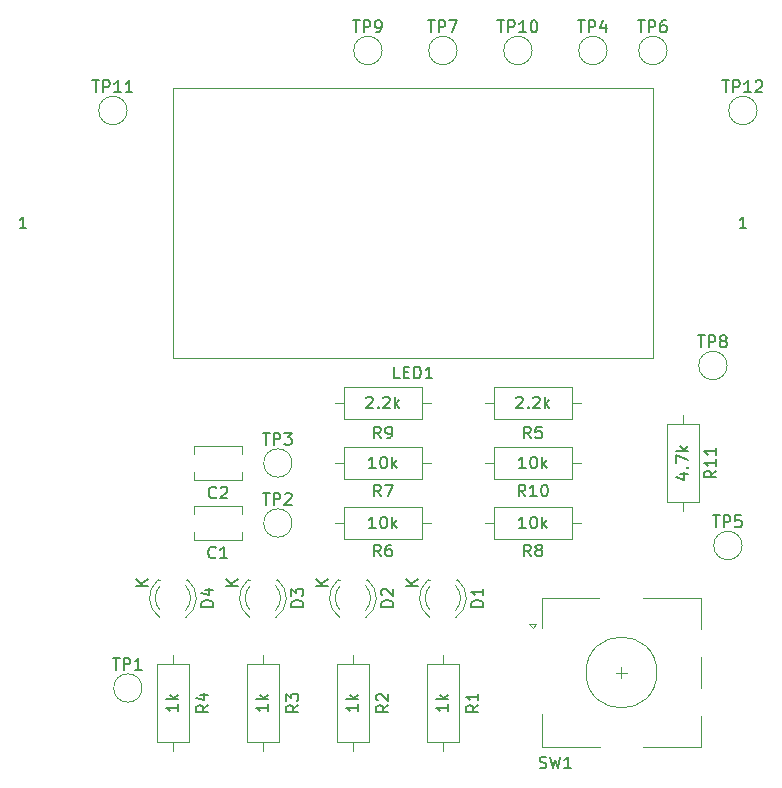
<source format=gto>
G04 #@! TF.GenerationSoftware,KiCad,Pcbnew,5.1.5-52549c5~84~ubuntu16.04.1*
G04 #@! TF.CreationDate,2020-01-04T11:31:47+09:00*
G04 #@! TF.ProjectId,Akashi-01,416b6173-6869-42d3-9031-2e6b69636164,rev?*
G04 #@! TF.SameCoordinates,Original*
G04 #@! TF.FileFunction,Legend,Top*
G04 #@! TF.FilePolarity,Positive*
%FSLAX46Y46*%
G04 Gerber Fmt 4.6, Leading zero omitted, Abs format (unit mm)*
G04 Created by KiCad (PCBNEW 5.1.5-52549c5~84~ubuntu16.04.1) date 2020-01-04 11:31:47*
%MOMM*%
%LPD*%
G04 APERTURE LIST*
%ADD10C,0.150000*%
%ADD11C,0.120000*%
G04 APERTURE END LIST*
D10*
X150312380Y-91701904D02*
X149312380Y-91701904D01*
X150312380Y-91130476D02*
X149740952Y-91559047D01*
X149312380Y-91130476D02*
X149883809Y-91701904D01*
X142692380Y-91701904D02*
X141692380Y-91701904D01*
X142692380Y-91130476D02*
X142120952Y-91559047D01*
X141692380Y-91130476D02*
X142263809Y-91701904D01*
X135072380Y-91701904D02*
X134072380Y-91701904D01*
X135072380Y-91130476D02*
X134500952Y-91559047D01*
X134072380Y-91130476D02*
X134643809Y-91701904D01*
X127452380Y-91701904D02*
X126452380Y-91701904D01*
X127452380Y-91130476D02*
X126880952Y-91559047D01*
X126452380Y-91130476D02*
X127023809Y-91701904D01*
X178085714Y-61412380D02*
X177514285Y-61412380D01*
X177800000Y-61412380D02*
X177800000Y-60412380D01*
X177704761Y-60555238D01*
X177609523Y-60650476D01*
X177514285Y-60698095D01*
X117125714Y-61412380D02*
X116554285Y-61412380D01*
X116840000Y-61412380D02*
X116840000Y-60412380D01*
X116744761Y-60555238D01*
X116649523Y-60650476D01*
X116554285Y-60698095D01*
D11*
X129540000Y-49530000D02*
X129540000Y-72390000D01*
X129540000Y-72390000D02*
X170180000Y-72390000D01*
X170180000Y-72390000D02*
X170180000Y-49530000D01*
X170180000Y-49530000D02*
X129540000Y-49530000D01*
X153636000Y-91150000D02*
X153480000Y-91150000D01*
X151320000Y-91150000D02*
X151164000Y-91150000D01*
X153478608Y-94382335D02*
G75*
G03X153635516Y-91150000I-1078608J1672335D01*
G01*
X151321392Y-94382335D02*
G75*
G02X151164484Y-91150000I1078608J1672335D01*
G01*
X153479837Y-93751130D02*
G75*
G03X153480000Y-91669039I-1079837J1041130D01*
G01*
X151320163Y-93751130D02*
G75*
G02X151320000Y-91669039I1079837J1041130D01*
G01*
X143700163Y-93751130D02*
G75*
G02X143700000Y-91669039I1079837J1041130D01*
G01*
X145859837Y-93751130D02*
G75*
G03X145860000Y-91669039I-1079837J1041130D01*
G01*
X143701392Y-94382335D02*
G75*
G02X143544484Y-91150000I1078608J1672335D01*
G01*
X145858608Y-94382335D02*
G75*
G03X146015516Y-91150000I-1078608J1672335D01*
G01*
X143700000Y-91150000D02*
X143544000Y-91150000D01*
X146016000Y-91150000D02*
X145860000Y-91150000D01*
X138396000Y-91150000D02*
X138240000Y-91150000D01*
X136080000Y-91150000D02*
X135924000Y-91150000D01*
X138238608Y-94382335D02*
G75*
G03X138395516Y-91150000I-1078608J1672335D01*
G01*
X136081392Y-94382335D02*
G75*
G02X135924484Y-91150000I1078608J1672335D01*
G01*
X138239837Y-93751130D02*
G75*
G03X138240000Y-91669039I-1079837J1041130D01*
G01*
X136080163Y-93751130D02*
G75*
G02X136080000Y-91669039I1079837J1041130D01*
G01*
X128460163Y-93751130D02*
G75*
G02X128460000Y-91669039I1079837J1041130D01*
G01*
X130619837Y-93751130D02*
G75*
G03X130620000Y-91669039I-1079837J1041130D01*
G01*
X128461392Y-94382335D02*
G75*
G02X128304484Y-91150000I1078608J1672335D01*
G01*
X130618608Y-94382335D02*
G75*
G03X130775516Y-91150000I-1078608J1672335D01*
G01*
X128460000Y-91150000D02*
X128304000Y-91150000D01*
X130776000Y-91150000D02*
X130620000Y-91150000D01*
X151030000Y-104870000D02*
X153770000Y-104870000D01*
X153770000Y-104870000D02*
X153770000Y-98330000D01*
X153770000Y-98330000D02*
X151030000Y-98330000D01*
X151030000Y-98330000D02*
X151030000Y-104870000D01*
X152400000Y-105640000D02*
X152400000Y-104870000D01*
X152400000Y-97560000D02*
X152400000Y-98330000D01*
X144780000Y-97560000D02*
X144780000Y-98330000D01*
X144780000Y-105640000D02*
X144780000Y-104870000D01*
X143410000Y-98330000D02*
X143410000Y-104870000D01*
X146150000Y-98330000D02*
X143410000Y-98330000D01*
X146150000Y-104870000D02*
X146150000Y-98330000D01*
X143410000Y-104870000D02*
X146150000Y-104870000D01*
X135790000Y-104870000D02*
X138530000Y-104870000D01*
X138530000Y-104870000D02*
X138530000Y-98330000D01*
X138530000Y-98330000D02*
X135790000Y-98330000D01*
X135790000Y-98330000D02*
X135790000Y-104870000D01*
X137160000Y-105640000D02*
X137160000Y-104870000D01*
X137160000Y-97560000D02*
X137160000Y-98330000D01*
X129540000Y-97560000D02*
X129540000Y-98330000D01*
X129540000Y-105640000D02*
X129540000Y-104870000D01*
X128170000Y-98330000D02*
X128170000Y-104870000D01*
X130910000Y-98330000D02*
X128170000Y-98330000D01*
X130910000Y-104870000D02*
X130910000Y-98330000D01*
X128170000Y-104870000D02*
X130910000Y-104870000D01*
X164060000Y-76200000D02*
X163290000Y-76200000D01*
X155980000Y-76200000D02*
X156750000Y-76200000D01*
X163290000Y-74830000D02*
X156750000Y-74830000D01*
X163290000Y-77570000D02*
X163290000Y-74830000D01*
X156750000Y-77570000D02*
X163290000Y-77570000D01*
X156750000Y-74830000D02*
X156750000Y-77570000D01*
X143280000Y-86360000D02*
X144050000Y-86360000D01*
X151360000Y-86360000D02*
X150590000Y-86360000D01*
X144050000Y-87730000D02*
X150590000Y-87730000D01*
X144050000Y-84990000D02*
X144050000Y-87730000D01*
X150590000Y-84990000D02*
X144050000Y-84990000D01*
X150590000Y-87730000D02*
X150590000Y-84990000D01*
X150590000Y-82650000D02*
X150590000Y-79910000D01*
X150590000Y-79910000D02*
X144050000Y-79910000D01*
X144050000Y-79910000D02*
X144050000Y-82650000D01*
X144050000Y-82650000D02*
X150590000Y-82650000D01*
X151360000Y-81280000D02*
X150590000Y-81280000D01*
X143280000Y-81280000D02*
X144050000Y-81280000D01*
X163290000Y-87730000D02*
X163290000Y-84990000D01*
X163290000Y-84990000D02*
X156750000Y-84990000D01*
X156750000Y-84990000D02*
X156750000Y-87730000D01*
X156750000Y-87730000D02*
X163290000Y-87730000D01*
X164060000Y-86360000D02*
X163290000Y-86360000D01*
X155980000Y-86360000D02*
X156750000Y-86360000D01*
X144050000Y-74830000D02*
X144050000Y-77570000D01*
X144050000Y-77570000D02*
X150590000Y-77570000D01*
X150590000Y-77570000D02*
X150590000Y-74830000D01*
X150590000Y-74830000D02*
X144050000Y-74830000D01*
X143280000Y-76200000D02*
X144050000Y-76200000D01*
X151360000Y-76200000D02*
X150590000Y-76200000D01*
X155980000Y-81280000D02*
X156750000Y-81280000D01*
X164060000Y-81280000D02*
X163290000Y-81280000D01*
X156750000Y-82650000D02*
X163290000Y-82650000D01*
X156750000Y-79910000D02*
X156750000Y-82650000D01*
X163290000Y-79910000D02*
X156750000Y-79910000D01*
X163290000Y-82650000D02*
X163290000Y-79910000D01*
X174090000Y-78010000D02*
X171350000Y-78010000D01*
X171350000Y-78010000D02*
X171350000Y-84550000D01*
X171350000Y-84550000D02*
X174090000Y-84550000D01*
X174090000Y-84550000D02*
X174090000Y-78010000D01*
X172720000Y-77240000D02*
X172720000Y-78010000D01*
X172720000Y-85320000D02*
X172720000Y-84550000D01*
X167020000Y-99020000D02*
X168020000Y-99020000D01*
X167520000Y-98520000D02*
X167520000Y-99520000D01*
X174220000Y-102720000D02*
X174220000Y-105320000D01*
X174220000Y-97720000D02*
X174220000Y-100320000D01*
X174220000Y-92720000D02*
X174220000Y-95320000D01*
X160320000Y-94920000D02*
X160020000Y-95220000D01*
X159720000Y-94920000D02*
X160320000Y-94920000D01*
X160020000Y-95220000D02*
X159720000Y-94920000D01*
X160820000Y-92720000D02*
X160820000Y-95220000D01*
X165620000Y-92720000D02*
X160820000Y-92720000D01*
X160820000Y-105320000D02*
X160820000Y-102520000D01*
X165720000Y-105320000D02*
X160820000Y-105320000D01*
X174220000Y-105320000D02*
X169320000Y-105320000D01*
X169320000Y-92720000D02*
X174220000Y-92720000D01*
X170520000Y-99020000D02*
G75*
G03X170520000Y-99020000I-3000000J0D01*
G01*
X131310000Y-85565000D02*
X131310000Y-84940000D01*
X131310000Y-87780000D02*
X131310000Y-87155000D01*
X135350000Y-85565000D02*
X135350000Y-84940000D01*
X135350000Y-87780000D02*
X135350000Y-87155000D01*
X135350000Y-84940000D02*
X131310000Y-84940000D01*
X135350000Y-87780000D02*
X131310000Y-87780000D01*
X135390000Y-82700000D02*
X131350000Y-82700000D01*
X135390000Y-79860000D02*
X131350000Y-79860000D01*
X135390000Y-82700000D02*
X135390000Y-82075000D01*
X135390000Y-80485000D02*
X135390000Y-79860000D01*
X131350000Y-82700000D02*
X131350000Y-82075000D01*
X131350000Y-80485000D02*
X131350000Y-79860000D01*
X126930000Y-100330000D02*
G75*
G03X126930000Y-100330000I-1200000J0D01*
G01*
X139630000Y-86360000D02*
G75*
G03X139630000Y-86360000I-1200000J0D01*
G01*
X139630000Y-81280000D02*
G75*
G03X139630000Y-81280000I-1200000J0D01*
G01*
X166300000Y-46355000D02*
G75*
G03X166300000Y-46355000I-1200000J0D01*
G01*
X177730000Y-88265000D02*
G75*
G03X177730000Y-88265000I-1200000J0D01*
G01*
X171380000Y-46355000D02*
G75*
G03X171380000Y-46355000I-1200000J0D01*
G01*
X153600000Y-46355000D02*
G75*
G03X153600000Y-46355000I-1200000J0D01*
G01*
X176460000Y-73025000D02*
G75*
G03X176460000Y-73025000I-1200000J0D01*
G01*
X147250000Y-46355000D02*
G75*
G03X147250000Y-46355000I-1200000J0D01*
G01*
X159950000Y-46355000D02*
G75*
G03X159950000Y-46355000I-1200000J0D01*
G01*
X125660000Y-51435000D02*
G75*
G03X125660000Y-51435000I-1200000J0D01*
G01*
X179000000Y-51435000D02*
G75*
G03X179000000Y-51435000I-1200000J0D01*
G01*
D10*
X148740952Y-74112380D02*
X148264761Y-74112380D01*
X148264761Y-73112380D01*
X149074285Y-73588571D02*
X149407619Y-73588571D01*
X149550476Y-74112380D02*
X149074285Y-74112380D01*
X149074285Y-73112380D01*
X149550476Y-73112380D01*
X149979047Y-74112380D02*
X149979047Y-73112380D01*
X150217142Y-73112380D01*
X150360000Y-73160000D01*
X150455238Y-73255238D01*
X150502857Y-73350476D01*
X150550476Y-73540952D01*
X150550476Y-73683809D01*
X150502857Y-73874285D01*
X150455238Y-73969523D01*
X150360000Y-74064761D01*
X150217142Y-74112380D01*
X149979047Y-74112380D01*
X151502857Y-74112380D02*
X150931428Y-74112380D01*
X151217142Y-74112380D02*
X151217142Y-73112380D01*
X151121904Y-73255238D01*
X151026666Y-73350476D01*
X150931428Y-73398095D01*
X155812380Y-93448095D02*
X154812380Y-93448095D01*
X154812380Y-93210000D01*
X154860000Y-93067142D01*
X154955238Y-92971904D01*
X155050476Y-92924285D01*
X155240952Y-92876666D01*
X155383809Y-92876666D01*
X155574285Y-92924285D01*
X155669523Y-92971904D01*
X155764761Y-93067142D01*
X155812380Y-93210000D01*
X155812380Y-93448095D01*
X155812380Y-91924285D02*
X155812380Y-92495714D01*
X155812380Y-92210000D02*
X154812380Y-92210000D01*
X154955238Y-92305238D01*
X155050476Y-92400476D01*
X155098095Y-92495714D01*
X148192380Y-93448095D02*
X147192380Y-93448095D01*
X147192380Y-93210000D01*
X147240000Y-93067142D01*
X147335238Y-92971904D01*
X147430476Y-92924285D01*
X147620952Y-92876666D01*
X147763809Y-92876666D01*
X147954285Y-92924285D01*
X148049523Y-92971904D01*
X148144761Y-93067142D01*
X148192380Y-93210000D01*
X148192380Y-93448095D01*
X147287619Y-92495714D02*
X147240000Y-92448095D01*
X147192380Y-92352857D01*
X147192380Y-92114761D01*
X147240000Y-92019523D01*
X147287619Y-91971904D01*
X147382857Y-91924285D01*
X147478095Y-91924285D01*
X147620952Y-91971904D01*
X148192380Y-92543333D01*
X148192380Y-91924285D01*
X140572380Y-93448095D02*
X139572380Y-93448095D01*
X139572380Y-93210000D01*
X139620000Y-93067142D01*
X139715238Y-92971904D01*
X139810476Y-92924285D01*
X140000952Y-92876666D01*
X140143809Y-92876666D01*
X140334285Y-92924285D01*
X140429523Y-92971904D01*
X140524761Y-93067142D01*
X140572380Y-93210000D01*
X140572380Y-93448095D01*
X139572380Y-92543333D02*
X139572380Y-91924285D01*
X139953333Y-92257619D01*
X139953333Y-92114761D01*
X140000952Y-92019523D01*
X140048571Y-91971904D01*
X140143809Y-91924285D01*
X140381904Y-91924285D01*
X140477142Y-91971904D01*
X140524761Y-92019523D01*
X140572380Y-92114761D01*
X140572380Y-92400476D01*
X140524761Y-92495714D01*
X140477142Y-92543333D01*
X132952380Y-93448095D02*
X131952380Y-93448095D01*
X131952380Y-93210000D01*
X132000000Y-93067142D01*
X132095238Y-92971904D01*
X132190476Y-92924285D01*
X132380952Y-92876666D01*
X132523809Y-92876666D01*
X132714285Y-92924285D01*
X132809523Y-92971904D01*
X132904761Y-93067142D01*
X132952380Y-93210000D01*
X132952380Y-93448095D01*
X132285714Y-92019523D02*
X132952380Y-92019523D01*
X131904761Y-92257619D02*
X132619047Y-92495714D01*
X132619047Y-91876666D01*
X155392380Y-101766666D02*
X154916190Y-102100000D01*
X155392380Y-102338095D02*
X154392380Y-102338095D01*
X154392380Y-101957142D01*
X154440000Y-101861904D01*
X154487619Y-101814285D01*
X154582857Y-101766666D01*
X154725714Y-101766666D01*
X154820952Y-101814285D01*
X154868571Y-101861904D01*
X154916190Y-101957142D01*
X154916190Y-102338095D01*
X155392380Y-100814285D02*
X155392380Y-101385714D01*
X155392380Y-101100000D02*
X154392380Y-101100000D01*
X154535238Y-101195238D01*
X154630476Y-101290476D01*
X154678095Y-101385714D01*
X152852380Y-101719047D02*
X152852380Y-102290476D01*
X152852380Y-102004761D02*
X151852380Y-102004761D01*
X151995238Y-102100000D01*
X152090476Y-102195238D01*
X152138095Y-102290476D01*
X152852380Y-101290476D02*
X151852380Y-101290476D01*
X152471428Y-101195238D02*
X152852380Y-100909523D01*
X152185714Y-100909523D02*
X152566666Y-101290476D01*
X147772380Y-101766666D02*
X147296190Y-102100000D01*
X147772380Y-102338095D02*
X146772380Y-102338095D01*
X146772380Y-101957142D01*
X146820000Y-101861904D01*
X146867619Y-101814285D01*
X146962857Y-101766666D01*
X147105714Y-101766666D01*
X147200952Y-101814285D01*
X147248571Y-101861904D01*
X147296190Y-101957142D01*
X147296190Y-102338095D01*
X146867619Y-101385714D02*
X146820000Y-101338095D01*
X146772380Y-101242857D01*
X146772380Y-101004761D01*
X146820000Y-100909523D01*
X146867619Y-100861904D01*
X146962857Y-100814285D01*
X147058095Y-100814285D01*
X147200952Y-100861904D01*
X147772380Y-101433333D01*
X147772380Y-100814285D01*
X145232380Y-101719047D02*
X145232380Y-102290476D01*
X145232380Y-102004761D02*
X144232380Y-102004761D01*
X144375238Y-102100000D01*
X144470476Y-102195238D01*
X144518095Y-102290476D01*
X145232380Y-101290476D02*
X144232380Y-101290476D01*
X144851428Y-101195238D02*
X145232380Y-100909523D01*
X144565714Y-100909523D02*
X144946666Y-101290476D01*
X140152380Y-101766666D02*
X139676190Y-102100000D01*
X140152380Y-102338095D02*
X139152380Y-102338095D01*
X139152380Y-101957142D01*
X139200000Y-101861904D01*
X139247619Y-101814285D01*
X139342857Y-101766666D01*
X139485714Y-101766666D01*
X139580952Y-101814285D01*
X139628571Y-101861904D01*
X139676190Y-101957142D01*
X139676190Y-102338095D01*
X139152380Y-101433333D02*
X139152380Y-100814285D01*
X139533333Y-101147619D01*
X139533333Y-101004761D01*
X139580952Y-100909523D01*
X139628571Y-100861904D01*
X139723809Y-100814285D01*
X139961904Y-100814285D01*
X140057142Y-100861904D01*
X140104761Y-100909523D01*
X140152380Y-101004761D01*
X140152380Y-101290476D01*
X140104761Y-101385714D01*
X140057142Y-101433333D01*
X137612380Y-101719047D02*
X137612380Y-102290476D01*
X137612380Y-102004761D02*
X136612380Y-102004761D01*
X136755238Y-102100000D01*
X136850476Y-102195238D01*
X136898095Y-102290476D01*
X137612380Y-101290476D02*
X136612380Y-101290476D01*
X137231428Y-101195238D02*
X137612380Y-100909523D01*
X136945714Y-100909523D02*
X137326666Y-101290476D01*
X132532380Y-101766666D02*
X132056190Y-102100000D01*
X132532380Y-102338095D02*
X131532380Y-102338095D01*
X131532380Y-101957142D01*
X131580000Y-101861904D01*
X131627619Y-101814285D01*
X131722857Y-101766666D01*
X131865714Y-101766666D01*
X131960952Y-101814285D01*
X132008571Y-101861904D01*
X132056190Y-101957142D01*
X132056190Y-102338095D01*
X131865714Y-100909523D02*
X132532380Y-100909523D01*
X131484761Y-101147619D02*
X132199047Y-101385714D01*
X132199047Y-100766666D01*
X129992380Y-101719047D02*
X129992380Y-102290476D01*
X129992380Y-102004761D02*
X128992380Y-102004761D01*
X129135238Y-102100000D01*
X129230476Y-102195238D01*
X129278095Y-102290476D01*
X129992380Y-101290476D02*
X128992380Y-101290476D01*
X129611428Y-101195238D02*
X129992380Y-100909523D01*
X129325714Y-100909523D02*
X129706666Y-101290476D01*
X159853333Y-79192380D02*
X159520000Y-78716190D01*
X159281904Y-79192380D02*
X159281904Y-78192380D01*
X159662857Y-78192380D01*
X159758095Y-78240000D01*
X159805714Y-78287619D01*
X159853333Y-78382857D01*
X159853333Y-78525714D01*
X159805714Y-78620952D01*
X159758095Y-78668571D01*
X159662857Y-78716190D01*
X159281904Y-78716190D01*
X160758095Y-78192380D02*
X160281904Y-78192380D01*
X160234285Y-78668571D01*
X160281904Y-78620952D01*
X160377142Y-78573333D01*
X160615238Y-78573333D01*
X160710476Y-78620952D01*
X160758095Y-78668571D01*
X160805714Y-78763809D01*
X160805714Y-79001904D01*
X160758095Y-79097142D01*
X160710476Y-79144761D01*
X160615238Y-79192380D01*
X160377142Y-79192380D01*
X160281904Y-79144761D01*
X160234285Y-79097142D01*
X158615238Y-75747619D02*
X158662857Y-75700000D01*
X158758095Y-75652380D01*
X158996190Y-75652380D01*
X159091428Y-75700000D01*
X159139047Y-75747619D01*
X159186666Y-75842857D01*
X159186666Y-75938095D01*
X159139047Y-76080952D01*
X158567619Y-76652380D01*
X159186666Y-76652380D01*
X159615238Y-76557142D02*
X159662857Y-76604761D01*
X159615238Y-76652380D01*
X159567619Y-76604761D01*
X159615238Y-76557142D01*
X159615238Y-76652380D01*
X160043809Y-75747619D02*
X160091428Y-75700000D01*
X160186666Y-75652380D01*
X160424761Y-75652380D01*
X160520000Y-75700000D01*
X160567619Y-75747619D01*
X160615238Y-75842857D01*
X160615238Y-75938095D01*
X160567619Y-76080952D01*
X159996190Y-76652380D01*
X160615238Y-76652380D01*
X161043809Y-76652380D02*
X161043809Y-75652380D01*
X161139047Y-76271428D02*
X161424761Y-76652380D01*
X161424761Y-75985714D02*
X161043809Y-76366666D01*
X147153333Y-89182380D02*
X146820000Y-88706190D01*
X146581904Y-89182380D02*
X146581904Y-88182380D01*
X146962857Y-88182380D01*
X147058095Y-88230000D01*
X147105714Y-88277619D01*
X147153333Y-88372857D01*
X147153333Y-88515714D01*
X147105714Y-88610952D01*
X147058095Y-88658571D01*
X146962857Y-88706190D01*
X146581904Y-88706190D01*
X148010476Y-88182380D02*
X147820000Y-88182380D01*
X147724761Y-88230000D01*
X147677142Y-88277619D01*
X147581904Y-88420476D01*
X147534285Y-88610952D01*
X147534285Y-88991904D01*
X147581904Y-89087142D01*
X147629523Y-89134761D01*
X147724761Y-89182380D01*
X147915238Y-89182380D01*
X148010476Y-89134761D01*
X148058095Y-89087142D01*
X148105714Y-88991904D01*
X148105714Y-88753809D01*
X148058095Y-88658571D01*
X148010476Y-88610952D01*
X147915238Y-88563333D01*
X147724761Y-88563333D01*
X147629523Y-88610952D01*
X147581904Y-88658571D01*
X147534285Y-88753809D01*
X146724761Y-86812380D02*
X146153333Y-86812380D01*
X146439047Y-86812380D02*
X146439047Y-85812380D01*
X146343809Y-85955238D01*
X146248571Y-86050476D01*
X146153333Y-86098095D01*
X147343809Y-85812380D02*
X147439047Y-85812380D01*
X147534285Y-85860000D01*
X147581904Y-85907619D01*
X147629523Y-86002857D01*
X147677142Y-86193333D01*
X147677142Y-86431428D01*
X147629523Y-86621904D01*
X147581904Y-86717142D01*
X147534285Y-86764761D01*
X147439047Y-86812380D01*
X147343809Y-86812380D01*
X147248571Y-86764761D01*
X147200952Y-86717142D01*
X147153333Y-86621904D01*
X147105714Y-86431428D01*
X147105714Y-86193333D01*
X147153333Y-86002857D01*
X147200952Y-85907619D01*
X147248571Y-85860000D01*
X147343809Y-85812380D01*
X148105714Y-86812380D02*
X148105714Y-85812380D01*
X148200952Y-86431428D02*
X148486666Y-86812380D01*
X148486666Y-86145714D02*
X148105714Y-86526666D01*
X147153333Y-84102380D02*
X146820000Y-83626190D01*
X146581904Y-84102380D02*
X146581904Y-83102380D01*
X146962857Y-83102380D01*
X147058095Y-83150000D01*
X147105714Y-83197619D01*
X147153333Y-83292857D01*
X147153333Y-83435714D01*
X147105714Y-83530952D01*
X147058095Y-83578571D01*
X146962857Y-83626190D01*
X146581904Y-83626190D01*
X147486666Y-83102380D02*
X148153333Y-83102380D01*
X147724761Y-84102380D01*
X146724761Y-81732380D02*
X146153333Y-81732380D01*
X146439047Y-81732380D02*
X146439047Y-80732380D01*
X146343809Y-80875238D01*
X146248571Y-80970476D01*
X146153333Y-81018095D01*
X147343809Y-80732380D02*
X147439047Y-80732380D01*
X147534285Y-80780000D01*
X147581904Y-80827619D01*
X147629523Y-80922857D01*
X147677142Y-81113333D01*
X147677142Y-81351428D01*
X147629523Y-81541904D01*
X147581904Y-81637142D01*
X147534285Y-81684761D01*
X147439047Y-81732380D01*
X147343809Y-81732380D01*
X147248571Y-81684761D01*
X147200952Y-81637142D01*
X147153333Y-81541904D01*
X147105714Y-81351428D01*
X147105714Y-81113333D01*
X147153333Y-80922857D01*
X147200952Y-80827619D01*
X147248571Y-80780000D01*
X147343809Y-80732380D01*
X148105714Y-81732380D02*
X148105714Y-80732380D01*
X148200952Y-81351428D02*
X148486666Y-81732380D01*
X148486666Y-81065714D02*
X148105714Y-81446666D01*
X159853333Y-89182380D02*
X159520000Y-88706190D01*
X159281904Y-89182380D02*
X159281904Y-88182380D01*
X159662857Y-88182380D01*
X159758095Y-88230000D01*
X159805714Y-88277619D01*
X159853333Y-88372857D01*
X159853333Y-88515714D01*
X159805714Y-88610952D01*
X159758095Y-88658571D01*
X159662857Y-88706190D01*
X159281904Y-88706190D01*
X160424761Y-88610952D02*
X160329523Y-88563333D01*
X160281904Y-88515714D01*
X160234285Y-88420476D01*
X160234285Y-88372857D01*
X160281904Y-88277619D01*
X160329523Y-88230000D01*
X160424761Y-88182380D01*
X160615238Y-88182380D01*
X160710476Y-88230000D01*
X160758095Y-88277619D01*
X160805714Y-88372857D01*
X160805714Y-88420476D01*
X160758095Y-88515714D01*
X160710476Y-88563333D01*
X160615238Y-88610952D01*
X160424761Y-88610952D01*
X160329523Y-88658571D01*
X160281904Y-88706190D01*
X160234285Y-88801428D01*
X160234285Y-88991904D01*
X160281904Y-89087142D01*
X160329523Y-89134761D01*
X160424761Y-89182380D01*
X160615238Y-89182380D01*
X160710476Y-89134761D01*
X160758095Y-89087142D01*
X160805714Y-88991904D01*
X160805714Y-88801428D01*
X160758095Y-88706190D01*
X160710476Y-88658571D01*
X160615238Y-88610952D01*
X159424761Y-86812380D02*
X158853333Y-86812380D01*
X159139047Y-86812380D02*
X159139047Y-85812380D01*
X159043809Y-85955238D01*
X158948571Y-86050476D01*
X158853333Y-86098095D01*
X160043809Y-85812380D02*
X160139047Y-85812380D01*
X160234285Y-85860000D01*
X160281904Y-85907619D01*
X160329523Y-86002857D01*
X160377142Y-86193333D01*
X160377142Y-86431428D01*
X160329523Y-86621904D01*
X160281904Y-86717142D01*
X160234285Y-86764761D01*
X160139047Y-86812380D01*
X160043809Y-86812380D01*
X159948571Y-86764761D01*
X159900952Y-86717142D01*
X159853333Y-86621904D01*
X159805714Y-86431428D01*
X159805714Y-86193333D01*
X159853333Y-86002857D01*
X159900952Y-85907619D01*
X159948571Y-85860000D01*
X160043809Y-85812380D01*
X160805714Y-86812380D02*
X160805714Y-85812380D01*
X160900952Y-86431428D02*
X161186666Y-86812380D01*
X161186666Y-86145714D02*
X160805714Y-86526666D01*
X147153333Y-79192380D02*
X146820000Y-78716190D01*
X146581904Y-79192380D02*
X146581904Y-78192380D01*
X146962857Y-78192380D01*
X147058095Y-78240000D01*
X147105714Y-78287619D01*
X147153333Y-78382857D01*
X147153333Y-78525714D01*
X147105714Y-78620952D01*
X147058095Y-78668571D01*
X146962857Y-78716190D01*
X146581904Y-78716190D01*
X147629523Y-79192380D02*
X147820000Y-79192380D01*
X147915238Y-79144761D01*
X147962857Y-79097142D01*
X148058095Y-78954285D01*
X148105714Y-78763809D01*
X148105714Y-78382857D01*
X148058095Y-78287619D01*
X148010476Y-78240000D01*
X147915238Y-78192380D01*
X147724761Y-78192380D01*
X147629523Y-78240000D01*
X147581904Y-78287619D01*
X147534285Y-78382857D01*
X147534285Y-78620952D01*
X147581904Y-78716190D01*
X147629523Y-78763809D01*
X147724761Y-78811428D01*
X147915238Y-78811428D01*
X148010476Y-78763809D01*
X148058095Y-78716190D01*
X148105714Y-78620952D01*
X145915238Y-75747619D02*
X145962857Y-75700000D01*
X146058095Y-75652380D01*
X146296190Y-75652380D01*
X146391428Y-75700000D01*
X146439047Y-75747619D01*
X146486666Y-75842857D01*
X146486666Y-75938095D01*
X146439047Y-76080952D01*
X145867619Y-76652380D01*
X146486666Y-76652380D01*
X146915238Y-76557142D02*
X146962857Y-76604761D01*
X146915238Y-76652380D01*
X146867619Y-76604761D01*
X146915238Y-76557142D01*
X146915238Y-76652380D01*
X147343809Y-75747619D02*
X147391428Y-75700000D01*
X147486666Y-75652380D01*
X147724761Y-75652380D01*
X147820000Y-75700000D01*
X147867619Y-75747619D01*
X147915238Y-75842857D01*
X147915238Y-75938095D01*
X147867619Y-76080952D01*
X147296190Y-76652380D01*
X147915238Y-76652380D01*
X148343809Y-76652380D02*
X148343809Y-75652380D01*
X148439047Y-76271428D02*
X148724761Y-76652380D01*
X148724761Y-75985714D02*
X148343809Y-76366666D01*
X159377142Y-84102380D02*
X159043809Y-83626190D01*
X158805714Y-84102380D02*
X158805714Y-83102380D01*
X159186666Y-83102380D01*
X159281904Y-83150000D01*
X159329523Y-83197619D01*
X159377142Y-83292857D01*
X159377142Y-83435714D01*
X159329523Y-83530952D01*
X159281904Y-83578571D01*
X159186666Y-83626190D01*
X158805714Y-83626190D01*
X160329523Y-84102380D02*
X159758095Y-84102380D01*
X160043809Y-84102380D02*
X160043809Y-83102380D01*
X159948571Y-83245238D01*
X159853333Y-83340476D01*
X159758095Y-83388095D01*
X160948571Y-83102380D02*
X161043809Y-83102380D01*
X161139047Y-83150000D01*
X161186666Y-83197619D01*
X161234285Y-83292857D01*
X161281904Y-83483333D01*
X161281904Y-83721428D01*
X161234285Y-83911904D01*
X161186666Y-84007142D01*
X161139047Y-84054761D01*
X161043809Y-84102380D01*
X160948571Y-84102380D01*
X160853333Y-84054761D01*
X160805714Y-84007142D01*
X160758095Y-83911904D01*
X160710476Y-83721428D01*
X160710476Y-83483333D01*
X160758095Y-83292857D01*
X160805714Y-83197619D01*
X160853333Y-83150000D01*
X160948571Y-83102380D01*
X159424761Y-81732380D02*
X158853333Y-81732380D01*
X159139047Y-81732380D02*
X159139047Y-80732380D01*
X159043809Y-80875238D01*
X158948571Y-80970476D01*
X158853333Y-81018095D01*
X160043809Y-80732380D02*
X160139047Y-80732380D01*
X160234285Y-80780000D01*
X160281904Y-80827619D01*
X160329523Y-80922857D01*
X160377142Y-81113333D01*
X160377142Y-81351428D01*
X160329523Y-81541904D01*
X160281904Y-81637142D01*
X160234285Y-81684761D01*
X160139047Y-81732380D01*
X160043809Y-81732380D01*
X159948571Y-81684761D01*
X159900952Y-81637142D01*
X159853333Y-81541904D01*
X159805714Y-81351428D01*
X159805714Y-81113333D01*
X159853333Y-80922857D01*
X159900952Y-80827619D01*
X159948571Y-80780000D01*
X160043809Y-80732380D01*
X160805714Y-81732380D02*
X160805714Y-80732380D01*
X160900952Y-81351428D02*
X161186666Y-81732380D01*
X161186666Y-81065714D02*
X160805714Y-81446666D01*
X175542380Y-81922857D02*
X175066190Y-82256190D01*
X175542380Y-82494285D02*
X174542380Y-82494285D01*
X174542380Y-82113333D01*
X174590000Y-82018095D01*
X174637619Y-81970476D01*
X174732857Y-81922857D01*
X174875714Y-81922857D01*
X174970952Y-81970476D01*
X175018571Y-82018095D01*
X175066190Y-82113333D01*
X175066190Y-82494285D01*
X175542380Y-80970476D02*
X175542380Y-81541904D01*
X175542380Y-81256190D02*
X174542380Y-81256190D01*
X174685238Y-81351428D01*
X174780476Y-81446666D01*
X174828095Y-81541904D01*
X175542380Y-80018095D02*
X175542380Y-80589523D01*
X175542380Y-80303809D02*
X174542380Y-80303809D01*
X174685238Y-80399047D01*
X174780476Y-80494285D01*
X174828095Y-80589523D01*
X172505714Y-82208571D02*
X173172380Y-82208571D01*
X172124761Y-82446666D02*
X172839047Y-82684761D01*
X172839047Y-82065714D01*
X173077142Y-81684761D02*
X173124761Y-81637142D01*
X173172380Y-81684761D01*
X173124761Y-81732380D01*
X173077142Y-81684761D01*
X173172380Y-81684761D01*
X172172380Y-81303809D02*
X172172380Y-80637142D01*
X173172380Y-81065714D01*
X173172380Y-80256190D02*
X172172380Y-80256190D01*
X172791428Y-80160952D02*
X173172380Y-79875238D01*
X172505714Y-79875238D02*
X172886666Y-80256190D01*
X160591666Y-107084761D02*
X160734523Y-107132380D01*
X160972619Y-107132380D01*
X161067857Y-107084761D01*
X161115476Y-107037142D01*
X161163095Y-106941904D01*
X161163095Y-106846666D01*
X161115476Y-106751428D01*
X161067857Y-106703809D01*
X160972619Y-106656190D01*
X160782142Y-106608571D01*
X160686904Y-106560952D01*
X160639285Y-106513333D01*
X160591666Y-106418095D01*
X160591666Y-106322857D01*
X160639285Y-106227619D01*
X160686904Y-106180000D01*
X160782142Y-106132380D01*
X161020238Y-106132380D01*
X161163095Y-106180000D01*
X161496428Y-106132380D02*
X161734523Y-107132380D01*
X161925000Y-106418095D01*
X162115476Y-107132380D01*
X162353571Y-106132380D01*
X163258333Y-107132380D02*
X162686904Y-107132380D01*
X162972619Y-107132380D02*
X162972619Y-106132380D01*
X162877380Y-106275238D01*
X162782142Y-106370476D01*
X162686904Y-106418095D01*
X133163333Y-89267142D02*
X133115714Y-89314761D01*
X132972857Y-89362380D01*
X132877619Y-89362380D01*
X132734761Y-89314761D01*
X132639523Y-89219523D01*
X132591904Y-89124285D01*
X132544285Y-88933809D01*
X132544285Y-88790952D01*
X132591904Y-88600476D01*
X132639523Y-88505238D01*
X132734761Y-88410000D01*
X132877619Y-88362380D01*
X132972857Y-88362380D01*
X133115714Y-88410000D01*
X133163333Y-88457619D01*
X134115714Y-89362380D02*
X133544285Y-89362380D01*
X133830000Y-89362380D02*
X133830000Y-88362380D01*
X133734761Y-88505238D01*
X133639523Y-88600476D01*
X133544285Y-88648095D01*
X133203333Y-84187142D02*
X133155714Y-84234761D01*
X133012857Y-84282380D01*
X132917619Y-84282380D01*
X132774761Y-84234761D01*
X132679523Y-84139523D01*
X132631904Y-84044285D01*
X132584285Y-83853809D01*
X132584285Y-83710952D01*
X132631904Y-83520476D01*
X132679523Y-83425238D01*
X132774761Y-83330000D01*
X132917619Y-83282380D01*
X133012857Y-83282380D01*
X133155714Y-83330000D01*
X133203333Y-83377619D01*
X133584285Y-83377619D02*
X133631904Y-83330000D01*
X133727142Y-83282380D01*
X133965238Y-83282380D01*
X134060476Y-83330000D01*
X134108095Y-83377619D01*
X134155714Y-83472857D01*
X134155714Y-83568095D01*
X134108095Y-83710952D01*
X133536666Y-84282380D01*
X134155714Y-84282380D01*
X124468095Y-97784380D02*
X125039523Y-97784380D01*
X124753809Y-98784380D02*
X124753809Y-97784380D01*
X125372857Y-98784380D02*
X125372857Y-97784380D01*
X125753809Y-97784380D01*
X125849047Y-97832000D01*
X125896666Y-97879619D01*
X125944285Y-97974857D01*
X125944285Y-98117714D01*
X125896666Y-98212952D01*
X125849047Y-98260571D01*
X125753809Y-98308190D01*
X125372857Y-98308190D01*
X126896666Y-98784380D02*
X126325238Y-98784380D01*
X126610952Y-98784380D02*
X126610952Y-97784380D01*
X126515714Y-97927238D01*
X126420476Y-98022476D01*
X126325238Y-98070095D01*
X137168095Y-83814380D02*
X137739523Y-83814380D01*
X137453809Y-84814380D02*
X137453809Y-83814380D01*
X138072857Y-84814380D02*
X138072857Y-83814380D01*
X138453809Y-83814380D01*
X138549047Y-83862000D01*
X138596666Y-83909619D01*
X138644285Y-84004857D01*
X138644285Y-84147714D01*
X138596666Y-84242952D01*
X138549047Y-84290571D01*
X138453809Y-84338190D01*
X138072857Y-84338190D01*
X139025238Y-83909619D02*
X139072857Y-83862000D01*
X139168095Y-83814380D01*
X139406190Y-83814380D01*
X139501428Y-83862000D01*
X139549047Y-83909619D01*
X139596666Y-84004857D01*
X139596666Y-84100095D01*
X139549047Y-84242952D01*
X138977619Y-84814380D01*
X139596666Y-84814380D01*
X137168095Y-78734380D02*
X137739523Y-78734380D01*
X137453809Y-79734380D02*
X137453809Y-78734380D01*
X138072857Y-79734380D02*
X138072857Y-78734380D01*
X138453809Y-78734380D01*
X138549047Y-78782000D01*
X138596666Y-78829619D01*
X138644285Y-78924857D01*
X138644285Y-79067714D01*
X138596666Y-79162952D01*
X138549047Y-79210571D01*
X138453809Y-79258190D01*
X138072857Y-79258190D01*
X138977619Y-78734380D02*
X139596666Y-78734380D01*
X139263333Y-79115333D01*
X139406190Y-79115333D01*
X139501428Y-79162952D01*
X139549047Y-79210571D01*
X139596666Y-79305809D01*
X139596666Y-79543904D01*
X139549047Y-79639142D01*
X139501428Y-79686761D01*
X139406190Y-79734380D01*
X139120476Y-79734380D01*
X139025238Y-79686761D01*
X138977619Y-79639142D01*
X163838095Y-43809380D02*
X164409523Y-43809380D01*
X164123809Y-44809380D02*
X164123809Y-43809380D01*
X164742857Y-44809380D02*
X164742857Y-43809380D01*
X165123809Y-43809380D01*
X165219047Y-43857000D01*
X165266666Y-43904619D01*
X165314285Y-43999857D01*
X165314285Y-44142714D01*
X165266666Y-44237952D01*
X165219047Y-44285571D01*
X165123809Y-44333190D01*
X164742857Y-44333190D01*
X166171428Y-44142714D02*
X166171428Y-44809380D01*
X165933333Y-43761761D02*
X165695238Y-44476047D01*
X166314285Y-44476047D01*
X175268095Y-85719380D02*
X175839523Y-85719380D01*
X175553809Y-86719380D02*
X175553809Y-85719380D01*
X176172857Y-86719380D02*
X176172857Y-85719380D01*
X176553809Y-85719380D01*
X176649047Y-85767000D01*
X176696666Y-85814619D01*
X176744285Y-85909857D01*
X176744285Y-86052714D01*
X176696666Y-86147952D01*
X176649047Y-86195571D01*
X176553809Y-86243190D01*
X176172857Y-86243190D01*
X177649047Y-85719380D02*
X177172857Y-85719380D01*
X177125238Y-86195571D01*
X177172857Y-86147952D01*
X177268095Y-86100333D01*
X177506190Y-86100333D01*
X177601428Y-86147952D01*
X177649047Y-86195571D01*
X177696666Y-86290809D01*
X177696666Y-86528904D01*
X177649047Y-86624142D01*
X177601428Y-86671761D01*
X177506190Y-86719380D01*
X177268095Y-86719380D01*
X177172857Y-86671761D01*
X177125238Y-86624142D01*
X168918095Y-43809380D02*
X169489523Y-43809380D01*
X169203809Y-44809380D02*
X169203809Y-43809380D01*
X169822857Y-44809380D02*
X169822857Y-43809380D01*
X170203809Y-43809380D01*
X170299047Y-43857000D01*
X170346666Y-43904619D01*
X170394285Y-43999857D01*
X170394285Y-44142714D01*
X170346666Y-44237952D01*
X170299047Y-44285571D01*
X170203809Y-44333190D01*
X169822857Y-44333190D01*
X171251428Y-43809380D02*
X171060952Y-43809380D01*
X170965714Y-43857000D01*
X170918095Y-43904619D01*
X170822857Y-44047476D01*
X170775238Y-44237952D01*
X170775238Y-44618904D01*
X170822857Y-44714142D01*
X170870476Y-44761761D01*
X170965714Y-44809380D01*
X171156190Y-44809380D01*
X171251428Y-44761761D01*
X171299047Y-44714142D01*
X171346666Y-44618904D01*
X171346666Y-44380809D01*
X171299047Y-44285571D01*
X171251428Y-44237952D01*
X171156190Y-44190333D01*
X170965714Y-44190333D01*
X170870476Y-44237952D01*
X170822857Y-44285571D01*
X170775238Y-44380809D01*
X151138095Y-43809380D02*
X151709523Y-43809380D01*
X151423809Y-44809380D02*
X151423809Y-43809380D01*
X152042857Y-44809380D02*
X152042857Y-43809380D01*
X152423809Y-43809380D01*
X152519047Y-43857000D01*
X152566666Y-43904619D01*
X152614285Y-43999857D01*
X152614285Y-44142714D01*
X152566666Y-44237952D01*
X152519047Y-44285571D01*
X152423809Y-44333190D01*
X152042857Y-44333190D01*
X152947619Y-43809380D02*
X153614285Y-43809380D01*
X153185714Y-44809380D01*
X173998095Y-70479380D02*
X174569523Y-70479380D01*
X174283809Y-71479380D02*
X174283809Y-70479380D01*
X174902857Y-71479380D02*
X174902857Y-70479380D01*
X175283809Y-70479380D01*
X175379047Y-70527000D01*
X175426666Y-70574619D01*
X175474285Y-70669857D01*
X175474285Y-70812714D01*
X175426666Y-70907952D01*
X175379047Y-70955571D01*
X175283809Y-71003190D01*
X174902857Y-71003190D01*
X176045714Y-70907952D02*
X175950476Y-70860333D01*
X175902857Y-70812714D01*
X175855238Y-70717476D01*
X175855238Y-70669857D01*
X175902857Y-70574619D01*
X175950476Y-70527000D01*
X176045714Y-70479380D01*
X176236190Y-70479380D01*
X176331428Y-70527000D01*
X176379047Y-70574619D01*
X176426666Y-70669857D01*
X176426666Y-70717476D01*
X176379047Y-70812714D01*
X176331428Y-70860333D01*
X176236190Y-70907952D01*
X176045714Y-70907952D01*
X175950476Y-70955571D01*
X175902857Y-71003190D01*
X175855238Y-71098428D01*
X175855238Y-71288904D01*
X175902857Y-71384142D01*
X175950476Y-71431761D01*
X176045714Y-71479380D01*
X176236190Y-71479380D01*
X176331428Y-71431761D01*
X176379047Y-71384142D01*
X176426666Y-71288904D01*
X176426666Y-71098428D01*
X176379047Y-71003190D01*
X176331428Y-70955571D01*
X176236190Y-70907952D01*
X144788095Y-43809380D02*
X145359523Y-43809380D01*
X145073809Y-44809380D02*
X145073809Y-43809380D01*
X145692857Y-44809380D02*
X145692857Y-43809380D01*
X146073809Y-43809380D01*
X146169047Y-43857000D01*
X146216666Y-43904619D01*
X146264285Y-43999857D01*
X146264285Y-44142714D01*
X146216666Y-44237952D01*
X146169047Y-44285571D01*
X146073809Y-44333190D01*
X145692857Y-44333190D01*
X146740476Y-44809380D02*
X146930952Y-44809380D01*
X147026190Y-44761761D01*
X147073809Y-44714142D01*
X147169047Y-44571285D01*
X147216666Y-44380809D01*
X147216666Y-43999857D01*
X147169047Y-43904619D01*
X147121428Y-43857000D01*
X147026190Y-43809380D01*
X146835714Y-43809380D01*
X146740476Y-43857000D01*
X146692857Y-43904619D01*
X146645238Y-43999857D01*
X146645238Y-44237952D01*
X146692857Y-44333190D01*
X146740476Y-44380809D01*
X146835714Y-44428428D01*
X147026190Y-44428428D01*
X147121428Y-44380809D01*
X147169047Y-44333190D01*
X147216666Y-44237952D01*
X157011904Y-43809380D02*
X157583333Y-43809380D01*
X157297619Y-44809380D02*
X157297619Y-43809380D01*
X157916666Y-44809380D02*
X157916666Y-43809380D01*
X158297619Y-43809380D01*
X158392857Y-43857000D01*
X158440476Y-43904619D01*
X158488095Y-43999857D01*
X158488095Y-44142714D01*
X158440476Y-44237952D01*
X158392857Y-44285571D01*
X158297619Y-44333190D01*
X157916666Y-44333190D01*
X159440476Y-44809380D02*
X158869047Y-44809380D01*
X159154761Y-44809380D02*
X159154761Y-43809380D01*
X159059523Y-43952238D01*
X158964285Y-44047476D01*
X158869047Y-44095095D01*
X160059523Y-43809380D02*
X160154761Y-43809380D01*
X160250000Y-43857000D01*
X160297619Y-43904619D01*
X160345238Y-43999857D01*
X160392857Y-44190333D01*
X160392857Y-44428428D01*
X160345238Y-44618904D01*
X160297619Y-44714142D01*
X160250000Y-44761761D01*
X160154761Y-44809380D01*
X160059523Y-44809380D01*
X159964285Y-44761761D01*
X159916666Y-44714142D01*
X159869047Y-44618904D01*
X159821428Y-44428428D01*
X159821428Y-44190333D01*
X159869047Y-43999857D01*
X159916666Y-43904619D01*
X159964285Y-43857000D01*
X160059523Y-43809380D01*
X122721904Y-48889380D02*
X123293333Y-48889380D01*
X123007619Y-49889380D02*
X123007619Y-48889380D01*
X123626666Y-49889380D02*
X123626666Y-48889380D01*
X124007619Y-48889380D01*
X124102857Y-48937000D01*
X124150476Y-48984619D01*
X124198095Y-49079857D01*
X124198095Y-49222714D01*
X124150476Y-49317952D01*
X124102857Y-49365571D01*
X124007619Y-49413190D01*
X123626666Y-49413190D01*
X125150476Y-49889380D02*
X124579047Y-49889380D01*
X124864761Y-49889380D02*
X124864761Y-48889380D01*
X124769523Y-49032238D01*
X124674285Y-49127476D01*
X124579047Y-49175095D01*
X126102857Y-49889380D02*
X125531428Y-49889380D01*
X125817142Y-49889380D02*
X125817142Y-48889380D01*
X125721904Y-49032238D01*
X125626666Y-49127476D01*
X125531428Y-49175095D01*
X176061904Y-48889380D02*
X176633333Y-48889380D01*
X176347619Y-49889380D02*
X176347619Y-48889380D01*
X176966666Y-49889380D02*
X176966666Y-48889380D01*
X177347619Y-48889380D01*
X177442857Y-48937000D01*
X177490476Y-48984619D01*
X177538095Y-49079857D01*
X177538095Y-49222714D01*
X177490476Y-49317952D01*
X177442857Y-49365571D01*
X177347619Y-49413190D01*
X176966666Y-49413190D01*
X178490476Y-49889380D02*
X177919047Y-49889380D01*
X178204761Y-49889380D02*
X178204761Y-48889380D01*
X178109523Y-49032238D01*
X178014285Y-49127476D01*
X177919047Y-49175095D01*
X178871428Y-48984619D02*
X178919047Y-48937000D01*
X179014285Y-48889380D01*
X179252380Y-48889380D01*
X179347619Y-48937000D01*
X179395238Y-48984619D01*
X179442857Y-49079857D01*
X179442857Y-49175095D01*
X179395238Y-49317952D01*
X178823809Y-49889380D01*
X179442857Y-49889380D01*
M02*

</source>
